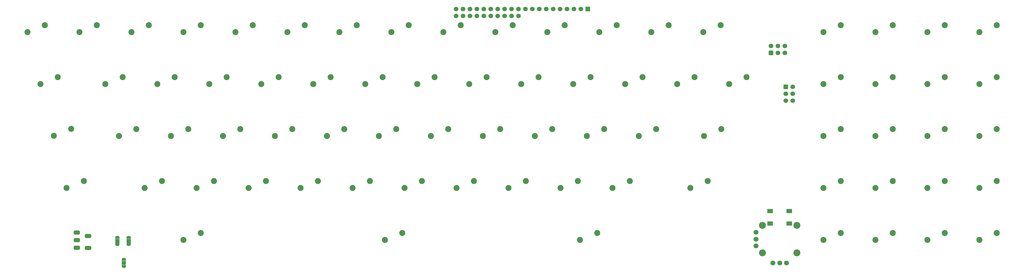
<source format=gbr>
%TF.GenerationSoftware,KiCad,Pcbnew,9.0.4*%
%TF.CreationDate,2025-11-02T12:35:48+01:00*%
%TF.ProjectId,petkn,7065746b-6e2e-46b6-9963-61645f706362,rev?*%
%TF.SameCoordinates,Original*%
%TF.FileFunction,Soldermask,Top*%
%TF.FilePolarity,Negative*%
%FSLAX46Y46*%
G04 Gerber Fmt 4.6, Leading zero omitted, Abs format (unit mm)*
G04 Created by KiCad (PCBNEW 9.0.4) date 2025-11-02 12:35:48*
%MOMM*%
%LPD*%
G01*
G04 APERTURE LIST*
G04 Aperture macros list*
%AMRoundRect*
0 Rectangle with rounded corners*
0 $1 Rounding radius*
0 $2 $3 $4 $5 $6 $7 $8 $9 X,Y pos of 4 corners*
0 Add a 4 corners polygon primitive as box body*
4,1,4,$2,$3,$4,$5,$6,$7,$8,$9,$2,$3,0*
0 Add four circle primitives for the rounded corners*
1,1,$1+$1,$2,$3*
1,1,$1+$1,$4,$5*
1,1,$1+$1,$6,$7*
1,1,$1+$1,$8,$9*
0 Add four rect primitives between the rounded corners*
20,1,$1+$1,$2,$3,$4,$5,0*
20,1,$1+$1,$4,$5,$6,$7,0*
20,1,$1+$1,$6,$7,$8,$9,0*
20,1,$1+$1,$8,$9,$2,$3,0*%
%AMFreePoly0*
4,1,23,0.500000,-0.750000,0.000000,-0.750000,0.000000,-0.745722,-0.065263,-0.745722,-0.191342,-0.711940,-0.304381,-0.646677,-0.396677,-0.554381,-0.461940,-0.441342,-0.495722,-0.315263,-0.495722,-0.250000,-0.500000,-0.250000,-0.500000,0.250000,-0.495722,0.250000,-0.495722,0.315263,-0.461940,0.441342,-0.396677,0.554381,-0.304381,0.646677,-0.191342,0.711940,-0.065263,0.745722,0.000000,0.745722,
0.000000,0.750000,0.500000,0.750000,0.500000,-0.750000,0.500000,-0.750000,$1*%
%AMFreePoly1*
4,1,23,0.000000,0.745722,0.065263,0.745722,0.191342,0.711940,0.304381,0.646677,0.396677,0.554381,0.461940,0.441342,0.495722,0.315263,0.495722,0.250000,0.500000,0.250000,0.500000,-0.250000,0.495722,-0.250000,0.495722,-0.315263,0.461940,-0.441342,0.396677,-0.554381,0.304381,-0.646677,0.191342,-0.711940,0.065263,-0.745722,0.000000,-0.745722,0.000000,-0.750000,-0.500000,-0.750000,
-0.500000,0.750000,0.000000,0.750000,0.000000,0.745722,0.000000,0.745722,$1*%
%AMFreePoly2*
4,1,23,0.550000,-0.750000,0.000000,-0.750000,0.000000,-0.745722,-0.065263,-0.745722,-0.191342,-0.711940,-0.304381,-0.646677,-0.396677,-0.554381,-0.461940,-0.441342,-0.495722,-0.315263,-0.495722,-0.250000,-0.500000,-0.250000,-0.500000,0.250000,-0.495722,0.250000,-0.495722,0.315263,-0.461940,0.441342,-0.396677,0.554381,-0.304381,0.646677,-0.191342,0.711940,-0.065263,0.745722,0.000000,0.745722,
0.000000,0.750000,0.550000,0.750000,0.550000,-0.750000,0.550000,-0.750000,$1*%
%AMFreePoly3*
4,1,23,0.000000,0.745722,0.065263,0.745722,0.191342,0.711940,0.304381,0.646677,0.396677,0.554381,0.461940,0.441342,0.495722,0.315263,0.495722,0.250000,0.500000,0.250000,0.500000,-0.250000,0.495722,-0.250000,0.495722,-0.315263,0.461940,-0.441342,0.396677,-0.554381,0.304381,-0.646677,0.191342,-0.711940,0.065263,-0.745722,0.000000,-0.745722,0.000000,-0.750000,-0.550000,-0.750000,
-0.550000,0.750000,0.000000,0.750000,0.000000,0.745722,0.000000,0.745722,$1*%
G04 Aperture macros list end*
%ADD10C,2.200000*%
%ADD11FreePoly0,0.000000*%
%ADD12FreePoly1,0.000000*%
%ADD13FreePoly2,90.000000*%
%ADD14R,1.500000X1.000000*%
%ADD15FreePoly3,90.000000*%
%ADD16C,2.540000*%
%ADD17R,2.000000X1.500000*%
%ADD18C,1.800000*%
%ADD19RoundRect,0.250000X-0.600000X-0.600000X0.600000X-0.600000X0.600000X0.600000X-0.600000X0.600000X0*%
%ADD20C,1.700000*%
%ADD21RoundRect,0.250000X0.600000X-0.600000X0.600000X0.600000X-0.600000X0.600000X-0.600000X-0.600000X0*%
%ADD22R,1.700000X1.700000*%
G04 APERTURE END LIST*
%TO.C,JP8*%
G36*
X46641780Y-135440146D02*
G01*
X46941780Y-135440146D01*
X46941780Y-136940146D01*
X46641780Y-136940146D01*
X46641780Y-135440146D01*
G37*
%TO.C,JP4*%
G36*
X63258000Y-142482000D02*
G01*
X64758000Y-142482000D01*
X64758000Y-140982000D01*
X63258000Y-140982000D01*
X63258000Y-142482000D01*
G37*
%TO.C,JP3*%
G36*
X46641780Y-129875782D02*
G01*
X46941780Y-129875782D01*
X46941780Y-131375782D01*
X46641780Y-131375782D01*
X46641780Y-129875782D01*
G37*
%TO.C,JP10*%
G36*
X50782167Y-131164352D02*
G01*
X51082167Y-131164352D01*
X51082167Y-132664352D01*
X50782167Y-132664352D01*
X50782167Y-131164352D01*
G37*
%TO.C,JP11*%
G36*
X50782167Y-135508901D02*
G01*
X51082167Y-135508901D01*
X51082167Y-137008901D01*
X50782167Y-137008901D01*
X50782167Y-135508901D01*
G37*
%TO.C,JP9*%
G36*
X46641780Y-132650044D02*
G01*
X46941780Y-132650044D01*
X46941780Y-134150044D01*
X46641780Y-134150044D01*
X46641780Y-132650044D01*
G37*
%TO.C,JP6*%
G36*
X60922717Y-134464146D02*
G01*
X62422717Y-134464146D01*
X62422717Y-132964146D01*
X60922717Y-132964146D01*
X60922717Y-134464146D01*
G37*
%TO.C,JP7*%
G36*
X65090647Y-134464146D02*
G01*
X66590647Y-134464146D01*
X66590647Y-132964146D01*
X65090647Y-132964146D01*
X65090647Y-134464146D01*
G37*
%TD*%
D10*
%TO.C,SW5*%
X273177000Y-73596500D03*
X266827000Y-76136500D03*
%TD*%
%TO.C,SW11*%
X278041000Y-111711500D03*
X271691000Y-114251500D03*
%TD*%
%TO.C,SW12*%
X292227000Y-73596500D03*
X285877000Y-76136500D03*
%TD*%
%TO.C,SW14*%
X282702000Y-54546500D03*
X276352000Y-57086500D03*
%TD*%
%TO.C,SW15*%
X35052000Y-54546500D03*
X28702000Y-57086500D03*
%TD*%
%TO.C,SW20*%
X249428000Y-111696500D03*
X243078000Y-114236500D03*
%TD*%
%TO.C,SW21*%
X211328000Y-111696500D03*
X204978000Y-114236500D03*
%TD*%
%TO.C,SW22*%
X173228000Y-111696500D03*
X166878000Y-114236500D03*
%TD*%
%TO.C,SW23*%
X135128000Y-111696500D03*
X128778000Y-114236500D03*
%TD*%
%TO.C,SW24*%
X97028000Y-111696500D03*
X90678000Y-114236500D03*
%TD*%
%TO.C,SW27*%
X282956000Y-92646500D03*
X276606000Y-95186500D03*
%TD*%
%TO.C,SW28*%
X230378000Y-111696500D03*
X224028000Y-114236500D03*
%TD*%
%TO.C,SW29*%
X192278000Y-111696500D03*
X185928000Y-114236500D03*
%TD*%
%TO.C,SW30*%
X154178000Y-111696500D03*
X147828000Y-114236500D03*
%TD*%
%TO.C,SW32*%
X77978000Y-111696500D03*
X71628000Y-114236500D03*
%TD*%
%TO.C,SW36*%
X240030000Y-92646500D03*
X233680000Y-95186500D03*
%TD*%
%TO.C,SW40*%
X87630000Y-92646500D03*
X81280000Y-95186500D03*
%TD*%
%TO.C,SW44*%
X220980000Y-92646500D03*
X214630000Y-95186500D03*
%TD*%
%TO.C,SW47*%
X106680000Y-92646500D03*
X100330000Y-95186500D03*
%TD*%
%TO.C,SW52*%
X235077000Y-73596500D03*
X228727000Y-76136500D03*
%TD*%
%TO.C,SW53*%
X196977000Y-73596500D03*
X190627000Y-76136500D03*
%TD*%
%TO.C,SW55*%
X120777000Y-73596500D03*
X114427000Y-76136500D03*
%TD*%
%TO.C,SW56*%
X82677000Y-73596500D03*
X76327000Y-76136500D03*
%TD*%
%TO.C,SW59*%
X254127000Y-73596500D03*
X247777000Y-76136500D03*
%TD*%
%TO.C,SW60*%
X216027000Y-73596500D03*
X209677000Y-76136500D03*
%TD*%
%TO.C,SW61*%
X177927000Y-73596500D03*
X171577000Y-76136500D03*
%TD*%
%TO.C,SW62*%
X139827000Y-73596500D03*
X133477000Y-76136500D03*
%TD*%
%TO.C,SW63*%
X101727000Y-73596500D03*
X95377000Y-76136500D03*
%TD*%
%TO.C,SW70*%
X149352000Y-54546500D03*
X143002000Y-57086500D03*
%TD*%
%TO.C,SW75*%
X244602000Y-54546500D03*
X238252000Y-57086500D03*
%TD*%
%TO.C,SW77*%
X168402000Y-54546500D03*
X162052000Y-57086500D03*
%TD*%
%TO.C,SW78*%
X130302000Y-54546500D03*
X123952000Y-57086500D03*
%TD*%
%TO.C,SW64*%
X63627000Y-73596500D03*
X57277000Y-76136500D03*
%TD*%
%TO.C,SW16*%
X49403000Y-111696500D03*
X43053000Y-114236500D03*
%TD*%
%TO.C,SW68*%
X225552000Y-54546500D03*
X219202000Y-57086500D03*
%TD*%
%TO.C,SW4*%
X259080000Y-92646500D03*
X252730000Y-95186500D03*
%TD*%
%TO.C,SW79*%
X92202000Y-54546500D03*
X85852000Y-57086500D03*
%TD*%
%TO.C,SW71*%
X111252000Y-54546500D03*
X104902000Y-57086500D03*
%TD*%
%TO.C,SW72*%
X73152000Y-54546500D03*
X66802000Y-57086500D03*
%TD*%
%TO.C,SW80*%
X54102000Y-54546500D03*
X47752000Y-57086500D03*
%TD*%
%TO.C,SW8*%
X39814500Y-73596500D03*
X33464500Y-76136500D03*
%TD*%
%TO.C,SW7*%
X263652000Y-54546500D03*
X257302000Y-57086500D03*
%TD*%
%TO.C,SW39*%
X125730000Y-92646500D03*
X119380000Y-95186500D03*
%TD*%
%TO.C,SW37*%
X201930000Y-92646500D03*
X195580000Y-95186500D03*
%TD*%
%TO.C,SW38*%
X163830000Y-92646500D03*
X157480000Y-95186500D03*
%TD*%
%TO.C,SW46*%
X144780000Y-92646500D03*
X138430000Y-95186500D03*
%TD*%
%TO.C,SW45*%
X182880000Y-92646500D03*
X176530000Y-95186500D03*
%TD*%
%TO.C,SW31*%
X116078000Y-111696500D03*
X109728000Y-114236500D03*
%TD*%
%TO.C,SW67*%
X92265500Y-130746500D03*
X85915500Y-133286500D03*
%TD*%
%TO.C,SW48*%
X68580000Y-92646500D03*
X62230000Y-95186500D03*
%TD*%
%TO.C,SW54*%
X158877000Y-73596500D03*
X152527000Y-76136500D03*
%TD*%
%TO.C,SW320*%
X44704000Y-92583000D03*
X38354000Y-95123000D03*
%TD*%
%TO.C,SW76*%
X206502000Y-54546500D03*
X200152000Y-57086500D03*
%TD*%
%TO.C,SW69*%
X187452000Y-54546500D03*
X181102000Y-57086500D03*
%TD*%
%TO.C,SW3*%
X237490000Y-130746500D03*
X231140000Y-133286500D03*
%TD*%
%TO.C,SW6*%
X166078000Y-130746500D03*
X159728000Y-133286500D03*
%TD*%
%TO.C,SW66*%
X345821000Y-54559200D03*
X339471000Y-57099200D03*
%TD*%
%TO.C,SW74*%
X326771000Y-54559200D03*
X320421000Y-57099200D03*
%TD*%
%TO.C,SW58*%
X326771000Y-73609200D03*
X320421000Y-76149200D03*
%TD*%
%TO.C,SW65*%
X383921000Y-54559200D03*
X377571000Y-57099200D03*
%TD*%
%TO.C,SW73*%
X364871000Y-54559200D03*
X358521000Y-57099200D03*
%TD*%
%TO.C,SW50*%
X345821000Y-73609200D03*
X339471000Y-76149200D03*
%TD*%
%TO.C,SW10*%
X326771000Y-130759200D03*
X320421000Y-133299200D03*
%TD*%
%TO.C,SW41*%
X364871000Y-92659200D03*
X358521000Y-95199200D03*
%TD*%
%TO.C,SW33*%
X383921000Y-92659200D03*
X377571000Y-95199200D03*
%TD*%
%TO.C,SW25*%
X364871000Y-111709200D03*
X358521000Y-114249200D03*
%TD*%
%TO.C,SW17*%
X383921000Y-111709200D03*
X377571000Y-114249200D03*
%TD*%
%TO.C,SW26*%
X326771000Y-111709200D03*
X320421000Y-114249200D03*
%TD*%
%TO.C,SW57*%
X364871000Y-73609200D03*
X358521000Y-76149200D03*
%TD*%
%TO.C,SW42*%
X326771000Y-92659200D03*
X320421000Y-95199200D03*
%TD*%
%TO.C,SW34*%
X345821000Y-92659200D03*
X339471000Y-95199200D03*
%TD*%
%TO.C,SW9*%
X364871000Y-130759200D03*
X358521000Y-133299200D03*
%TD*%
%TO.C,SW18*%
X345821000Y-111709200D03*
X339471000Y-114249200D03*
%TD*%
%TO.C,SW49*%
X383921000Y-73609200D03*
X377571000Y-76149200D03*
%TD*%
%TO.C,SW1*%
X383921000Y-130759200D03*
X377571000Y-133299200D03*
%TD*%
%TO.C,SW2*%
X345821000Y-130759200D03*
X339471000Y-133299200D03*
%TD*%
D11*
%TO.C,JP8*%
X46141780Y-136190146D03*
D12*
X47441780Y-136190146D03*
%TD*%
D13*
%TO.C,JP4*%
X64008000Y-143032000D03*
D14*
X64008000Y-141732000D03*
D15*
X64008000Y-140432000D03*
%TD*%
D11*
%TO.C,JP3*%
X46141780Y-130625782D03*
D12*
X47441780Y-130625782D03*
%TD*%
D11*
%TO.C,JP10*%
X50282167Y-131914352D03*
D12*
X51582167Y-131914352D03*
%TD*%
D11*
%TO.C,JP11*%
X50282167Y-136258901D03*
D12*
X51582167Y-136258901D03*
%TD*%
D16*
%TO.C,U5*%
X310709000Y-128018000D03*
X310709000Y-138018000D03*
X298059000Y-138018000D03*
X298059000Y-128018000D03*
D17*
X300884000Y-127268000D03*
X307884000Y-127268000D03*
X307884000Y-122768000D03*
X300884000Y-122768000D03*
D18*
X306884000Y-141748000D03*
X304384000Y-141748000D03*
X301884000Y-141748000D03*
X295654000Y-135518000D03*
X295654000Y-133018000D03*
X295654000Y-130518000D03*
%TD*%
D11*
%TO.C,JP9*%
X46141780Y-133400044D03*
D12*
X47441780Y-133400044D03*
%TD*%
D13*
%TO.C,JP6*%
X61672717Y-135014146D03*
D14*
X61672717Y-133714146D03*
D15*
X61672717Y-132414146D03*
%TD*%
D19*
%TO.C,J7*%
X306587500Y-77211000D03*
D20*
X309127500Y-77211000D03*
X306587500Y-79751000D03*
X309127500Y-79751000D03*
X306587500Y-82291000D03*
X309127500Y-82291000D03*
%TD*%
D13*
%TO.C,JP7*%
X65840647Y-135014146D03*
D14*
X65840647Y-133714146D03*
D15*
X65840647Y-132414146D03*
%TD*%
D21*
%TO.C,J4*%
X301239000Y-64760500D03*
D20*
X301239000Y-62220500D03*
X303779000Y-64760500D03*
X303779000Y-62220500D03*
X306319000Y-64760500D03*
X306319000Y-62220500D03*
%TD*%
D22*
%TO.C,J1*%
X234099100Y-48615600D03*
D20*
X231559100Y-48615600D03*
X229019100Y-48615600D03*
X226479100Y-48615600D03*
X223939100Y-48615600D03*
X221399100Y-48615600D03*
X218859100Y-48615600D03*
X216319100Y-48615600D03*
X213779100Y-48615600D03*
X211239100Y-48615600D03*
X208699100Y-48615600D03*
X206159100Y-48615600D03*
X203619100Y-48615600D03*
X201079100Y-48615600D03*
X198539100Y-48615600D03*
X195999100Y-48615600D03*
X193459100Y-48615600D03*
X190919100Y-48615600D03*
X188379100Y-48615600D03*
X185839100Y-48615600D03*
X185839100Y-51155600D03*
X188379100Y-51155600D03*
X190919100Y-51155600D03*
X193459100Y-51155600D03*
X195999100Y-51155600D03*
X198539100Y-51155600D03*
X201079100Y-51155600D03*
X203619100Y-51155600D03*
X206159100Y-51155600D03*
X208699100Y-51155600D03*
%TD*%
M02*

</source>
